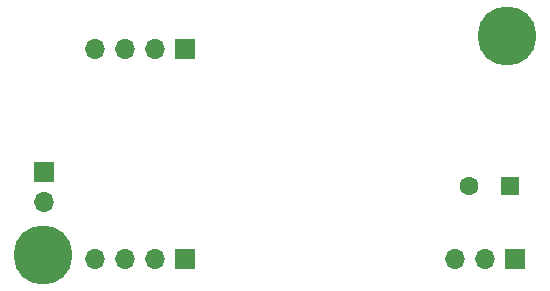
<source format=gbs>
%TF.GenerationSoftware,KiCad,Pcbnew,(6.0.8)*%
%TF.CreationDate,2022-12-06T01:44:10+01:00*%
%TF.ProjectId,Single-DCDC-Converter-Rev2,53696e67-6c65-42d4-9443-44432d436f6e,rev?*%
%TF.SameCoordinates,Original*%
%TF.FileFunction,Soldermask,Bot*%
%TF.FilePolarity,Negative*%
%FSLAX46Y46*%
G04 Gerber Fmt 4.6, Leading zero omitted, Abs format (unit mm)*
G04 Created by KiCad (PCBNEW (6.0.8)) date 2022-12-06 01:44:10*
%MOMM*%
%LPD*%
G01*
G04 APERTURE LIST*
%ADD10C,5.000000*%
%ADD11R,1.700000X1.700000*%
%ADD12O,1.700000X1.700000*%
%ADD13R,1.600000X1.600000*%
%ADD14C,1.600000*%
G04 APERTURE END LIST*
D10*
X86800000Y-60500000D03*
D11*
X86900000Y-53500000D03*
D12*
X86900000Y-56040000D03*
D11*
X98860000Y-43140000D03*
D12*
X96320000Y-43140000D03*
X93780000Y-43140000D03*
X91240000Y-43140000D03*
D13*
X126375000Y-54725000D03*
D14*
X122875000Y-54725000D03*
D10*
X126150000Y-42000000D03*
D11*
X98860000Y-60920000D03*
D12*
X96320000Y-60920000D03*
X93780000Y-60920000D03*
X91240000Y-60920000D03*
X121720000Y-60920000D03*
X124260000Y-60920000D03*
D11*
X126800000Y-60920000D03*
M02*

</source>
